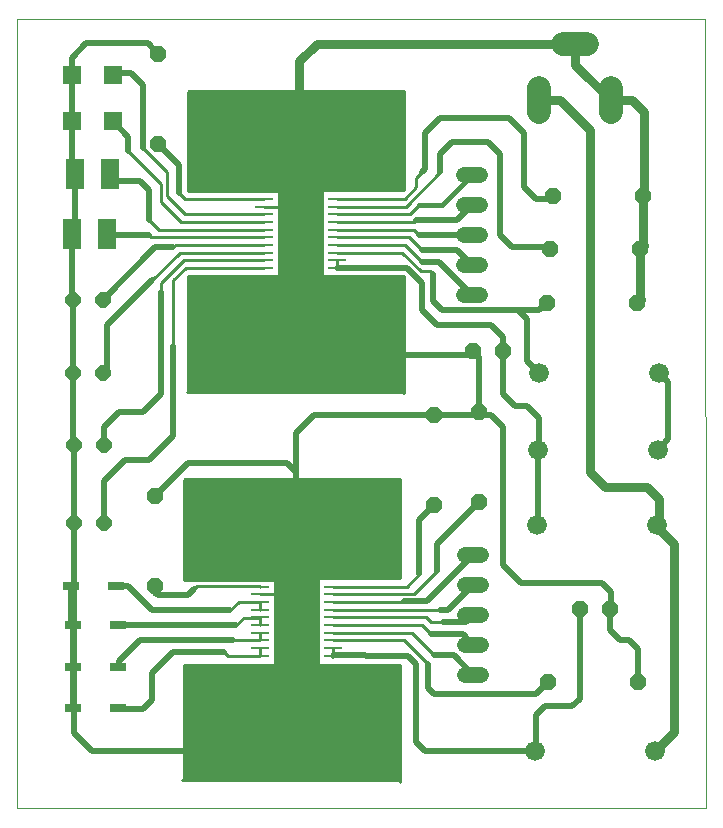
<source format=gtl>
G75*
%MOIN*%
%OFA0B0*%
%FSLAX25Y25*%
%IPPOS*%
%LPD*%
%AMOC8*
5,1,8,0,0,1.08239X$1,22.5*
%
%ADD10C,0.00000*%
%ADD11R,0.05315X0.02953*%
%ADD12C,0.06600*%
%ADD13C,0.07874*%
%ADD14R,0.06299X0.00984*%
%ADD15R,0.05906X0.05906*%
%ADD16OC8,0.05150*%
%ADD17R,0.05906X0.10236*%
%ADD18C,0.05200*%
%ADD19OC8,0.05200*%
%ADD20C,0.01000*%
%ADD21C,0.02000*%
%ADD22C,0.03000*%
%ADD23C,0.04000*%
%ADD24C,0.01600*%
D10*
X0001000Y0001000D02*
X0001000Y0263961D01*
X0230201Y0263961D01*
X0230701Y0001000D01*
X0001000Y0001000D01*
D11*
X0019520Y0034500D03*
X0019520Y0048000D03*
X0019520Y0062000D03*
X0019020Y0075000D03*
X0033980Y0075000D03*
X0034480Y0062000D03*
X0034480Y0048000D03*
X0034480Y0034500D03*
D12*
X0173500Y0020000D03*
X0213500Y0020000D03*
X0214406Y0095508D03*
X0214500Y0120500D03*
X0215000Y0146000D03*
X0175000Y0146000D03*
X0174500Y0120500D03*
X0174406Y0095508D03*
D13*
X0174795Y0233063D02*
X0174795Y0240937D01*
X0183063Y0255898D02*
X0190937Y0255898D01*
X0198811Y0240937D02*
X0198811Y0233063D01*
D14*
X0107748Y0204146D03*
X0107748Y0201587D03*
X0107748Y0199028D03*
X0107748Y0196469D03*
X0107748Y0193909D03*
X0107748Y0191350D03*
X0107748Y0188791D03*
X0107748Y0186232D03*
X0107748Y0183673D03*
X0107748Y0181114D03*
X0083339Y0181114D03*
X0083339Y0183673D03*
X0083339Y0186232D03*
X0083339Y0188791D03*
X0083339Y0191350D03*
X0083339Y0193909D03*
X0083339Y0196469D03*
X0083339Y0199028D03*
X0083339Y0201587D03*
X0083339Y0204146D03*
X0081945Y0074913D03*
X0081945Y0072354D03*
X0081945Y0069795D03*
X0081945Y0067236D03*
X0081945Y0064677D03*
X0081945Y0062118D03*
X0081945Y0059559D03*
X0081945Y0057000D03*
X0081945Y0054441D03*
X0081945Y0051882D03*
X0106354Y0051882D03*
X0106354Y0054441D03*
X0106354Y0057000D03*
X0106354Y0059559D03*
X0106354Y0062118D03*
X0106354Y0064677D03*
X0106354Y0067236D03*
X0106354Y0069795D03*
X0106354Y0072354D03*
X0106354Y0074913D03*
D15*
X0032890Y0230000D03*
X0019110Y0230000D03*
X0019110Y0245500D03*
X0032890Y0245500D03*
D16*
X0029500Y0170500D03*
X0019500Y0170500D03*
X0019500Y0146000D03*
X0029500Y0146000D03*
X0030000Y0122000D03*
X0020000Y0122000D03*
X0020000Y0096000D03*
X0030000Y0096000D03*
D17*
X0030906Y0192500D03*
X0019094Y0192500D03*
X0020094Y0212500D03*
X0031906Y0212500D03*
D18*
X0149900Y0212000D02*
X0155100Y0212000D01*
X0155100Y0202000D02*
X0149900Y0202000D01*
X0149900Y0192000D02*
X0155100Y0192000D01*
X0155100Y0182000D02*
X0149900Y0182000D01*
X0149900Y0172000D02*
X0155100Y0172000D01*
X0155600Y0085500D02*
X0150400Y0085500D01*
X0150400Y0075500D02*
X0155600Y0075500D01*
X0155600Y0065500D02*
X0150400Y0065500D01*
X0150400Y0055500D02*
X0155600Y0055500D01*
X0155600Y0045500D02*
X0150400Y0045500D01*
D19*
X0178000Y0043000D03*
X0188500Y0067500D03*
X0198500Y0067500D03*
X0208000Y0043000D03*
X0155000Y0103000D03*
X0140000Y0102000D03*
X0140000Y0132000D03*
X0155000Y0133000D03*
X0153000Y0153500D03*
X0163000Y0153500D03*
X0177500Y0169500D03*
X0178500Y0187500D03*
X0179500Y0205000D03*
X0208500Y0187500D03*
X0209500Y0205000D03*
X0207500Y0169500D03*
X0048000Y0222500D03*
X0048000Y0252500D03*
X0047000Y0105000D03*
X0047000Y0075000D03*
D20*
X0047087Y0074913D01*
X0056445Y0077244D02*
X0056445Y0110315D01*
X0056839Y0110709D01*
X0128492Y0110709D01*
X0128492Y0077638D01*
X0101220Y0077638D01*
X0101220Y0048898D01*
X0128492Y0048898D01*
X0128492Y0009921D01*
X0128098Y0010315D01*
X0056051Y0010315D01*
X0056445Y0010709D01*
X0056445Y0048898D01*
X0086866Y0048898D01*
X0086866Y0077244D01*
X0056445Y0077244D01*
X0056445Y0077885D02*
X0128492Y0077885D01*
X0128492Y0078884D02*
X0056445Y0078884D01*
X0056445Y0079882D02*
X0128492Y0079882D01*
X0128492Y0080881D02*
X0056445Y0080881D01*
X0056445Y0081879D02*
X0128492Y0081879D01*
X0128492Y0082878D02*
X0056445Y0082878D01*
X0056445Y0083876D02*
X0128492Y0083876D01*
X0128492Y0084875D02*
X0056445Y0084875D01*
X0056445Y0085873D02*
X0128492Y0085873D01*
X0128492Y0086872D02*
X0056445Y0086872D01*
X0056445Y0087870D02*
X0128492Y0087870D01*
X0128492Y0088869D02*
X0056445Y0088869D01*
X0056445Y0089868D02*
X0128492Y0089868D01*
X0128492Y0090866D02*
X0056445Y0090866D01*
X0056445Y0091865D02*
X0128492Y0091865D01*
X0128492Y0092863D02*
X0056445Y0092863D01*
X0056445Y0093862D02*
X0128492Y0093862D01*
X0128492Y0094860D02*
X0056445Y0094860D01*
X0056445Y0095859D02*
X0128492Y0095859D01*
X0128492Y0096857D02*
X0056445Y0096857D01*
X0056445Y0097856D02*
X0128492Y0097856D01*
X0128492Y0098854D02*
X0056445Y0098854D01*
X0056445Y0099853D02*
X0128492Y0099853D01*
X0128492Y0100851D02*
X0056445Y0100851D01*
X0056445Y0101850D02*
X0128492Y0101850D01*
X0128492Y0102848D02*
X0056445Y0102848D01*
X0056445Y0103847D02*
X0128492Y0103847D01*
X0128492Y0104845D02*
X0056445Y0104845D01*
X0056445Y0105844D02*
X0128492Y0105844D01*
X0128492Y0106842D02*
X0056445Y0106842D01*
X0056445Y0107841D02*
X0128492Y0107841D01*
X0128492Y0108839D02*
X0056445Y0108839D01*
X0056445Y0109838D02*
X0128492Y0109838D01*
X0129992Y0139421D02*
X0129598Y0139815D01*
X0057551Y0139815D01*
X0057945Y0140209D01*
X0057945Y0178398D01*
X0088366Y0178398D01*
X0088366Y0206744D01*
X0057945Y0206744D01*
X0057945Y0239815D01*
X0058339Y0240209D01*
X0129992Y0240209D01*
X0129992Y0207138D01*
X0102720Y0207138D01*
X0102720Y0178398D01*
X0129992Y0178398D01*
X0129992Y0139421D01*
X0129992Y0139793D02*
X0129620Y0139793D01*
X0129992Y0140792D02*
X0057945Y0140792D01*
X0057945Y0141790D02*
X0129992Y0141790D01*
X0129992Y0142789D02*
X0057945Y0142789D01*
X0057945Y0143787D02*
X0129992Y0143787D01*
X0129992Y0144786D02*
X0057945Y0144786D01*
X0057945Y0145784D02*
X0129992Y0145784D01*
X0129992Y0146783D02*
X0057945Y0146783D01*
X0057945Y0147781D02*
X0129992Y0147781D01*
X0129992Y0148780D02*
X0057945Y0148780D01*
X0057945Y0149778D02*
X0129992Y0149778D01*
X0129992Y0150777D02*
X0057945Y0150777D01*
X0057945Y0151775D02*
X0129992Y0151775D01*
X0129992Y0152774D02*
X0057945Y0152774D01*
X0057945Y0153772D02*
X0129992Y0153772D01*
X0129992Y0154771D02*
X0057945Y0154771D01*
X0057945Y0155769D02*
X0129992Y0155769D01*
X0129992Y0156768D02*
X0057945Y0156768D01*
X0057945Y0157766D02*
X0129992Y0157766D01*
X0129992Y0158765D02*
X0057945Y0158765D01*
X0057945Y0159763D02*
X0129992Y0159763D01*
X0129992Y0160762D02*
X0057945Y0160762D01*
X0057945Y0161760D02*
X0129992Y0161760D01*
X0129992Y0162759D02*
X0057945Y0162759D01*
X0057945Y0163757D02*
X0129992Y0163757D01*
X0129992Y0164756D02*
X0057945Y0164756D01*
X0057945Y0165754D02*
X0129992Y0165754D01*
X0129992Y0166753D02*
X0057945Y0166753D01*
X0057945Y0167751D02*
X0129992Y0167751D01*
X0129992Y0168750D02*
X0057945Y0168750D01*
X0057945Y0169748D02*
X0129992Y0169748D01*
X0129992Y0170747D02*
X0057945Y0170747D01*
X0057945Y0171745D02*
X0129992Y0171745D01*
X0129992Y0172744D02*
X0057945Y0172744D01*
X0057945Y0173742D02*
X0129992Y0173742D01*
X0129992Y0174741D02*
X0057945Y0174741D01*
X0057945Y0175739D02*
X0129992Y0175739D01*
X0129992Y0176738D02*
X0057945Y0176738D01*
X0057945Y0177737D02*
X0129992Y0177737D01*
X0135500Y0180000D02*
X0138500Y0180000D01*
X0139500Y0179000D01*
X0135500Y0180000D02*
X0129268Y0186232D01*
X0107748Y0186232D01*
X0107748Y0183673D02*
X0107748Y0181114D01*
X0102720Y0180732D02*
X0088366Y0180732D01*
X0088366Y0179734D02*
X0102720Y0179734D01*
X0102720Y0178735D02*
X0088366Y0178735D01*
X0088366Y0181731D02*
X0102720Y0181731D01*
X0102720Y0182729D02*
X0088366Y0182729D01*
X0088366Y0183728D02*
X0102720Y0183728D01*
X0102720Y0184726D02*
X0088366Y0184726D01*
X0088366Y0185725D02*
X0102720Y0185725D01*
X0102720Y0186723D02*
X0088366Y0186723D01*
X0088366Y0187722D02*
X0102720Y0187722D01*
X0102720Y0188720D02*
X0088366Y0188720D01*
X0088366Y0189719D02*
X0102720Y0189719D01*
X0102720Y0190717D02*
X0088366Y0190717D01*
X0088366Y0191716D02*
X0102720Y0191716D01*
X0102720Y0192714D02*
X0088366Y0192714D01*
X0088366Y0193713D02*
X0102720Y0193713D01*
X0102720Y0194711D02*
X0088366Y0194711D01*
X0088366Y0195710D02*
X0102720Y0195710D01*
X0102720Y0196708D02*
X0088366Y0196708D01*
X0088366Y0197707D02*
X0102720Y0197707D01*
X0102720Y0198705D02*
X0088366Y0198705D01*
X0088366Y0199704D02*
X0102720Y0199704D01*
X0102720Y0200702D02*
X0088366Y0200702D01*
X0088366Y0201701D02*
X0102720Y0201701D01*
X0102720Y0202699D02*
X0088366Y0202699D01*
X0088366Y0203698D02*
X0102720Y0203698D01*
X0102720Y0204696D02*
X0088366Y0204696D01*
X0088366Y0205695D02*
X0102720Y0205695D01*
X0102720Y0206693D02*
X0088366Y0206693D01*
X0092000Y0202000D02*
X0091587Y0201587D01*
X0083339Y0201587D01*
X0083339Y0204146D02*
X0056854Y0204146D01*
X0055000Y0206000D01*
X0051000Y0205000D02*
X0051000Y0213000D01*
X0043000Y0221000D01*
X0038000Y0220000D02*
X0049000Y0209000D01*
X0049000Y0203000D01*
X0055531Y0196469D01*
X0083339Y0196469D01*
X0083339Y0199028D02*
X0061028Y0199028D01*
X0061000Y0199000D01*
X0057000Y0199000D01*
X0051000Y0205000D01*
X0057945Y0207692D02*
X0129992Y0207692D01*
X0129992Y0208690D02*
X0057945Y0208690D01*
X0057945Y0209689D02*
X0129992Y0209689D01*
X0129992Y0210687D02*
X0057945Y0210687D01*
X0057945Y0211686D02*
X0129992Y0211686D01*
X0129992Y0212684D02*
X0057945Y0212684D01*
X0057945Y0213683D02*
X0129992Y0213683D01*
X0129992Y0214681D02*
X0057945Y0214681D01*
X0057945Y0215680D02*
X0129992Y0215680D01*
X0129992Y0216678D02*
X0057945Y0216678D01*
X0057945Y0217677D02*
X0129992Y0217677D01*
X0129992Y0218675D02*
X0057945Y0218675D01*
X0057945Y0219674D02*
X0129992Y0219674D01*
X0129992Y0220672D02*
X0057945Y0220672D01*
X0057945Y0221671D02*
X0129992Y0221671D01*
X0129992Y0222670D02*
X0057945Y0222670D01*
X0057945Y0223668D02*
X0129992Y0223668D01*
X0129992Y0224667D02*
X0057945Y0224667D01*
X0057945Y0225665D02*
X0129992Y0225665D01*
X0129992Y0226664D02*
X0057945Y0226664D01*
X0057945Y0227662D02*
X0129992Y0227662D01*
X0129992Y0228661D02*
X0057945Y0228661D01*
X0057945Y0229659D02*
X0129992Y0229659D01*
X0129992Y0230658D02*
X0057945Y0230658D01*
X0057945Y0231656D02*
X0129992Y0231656D01*
X0129992Y0232655D02*
X0057945Y0232655D01*
X0057945Y0233653D02*
X0129992Y0233653D01*
X0129992Y0234652D02*
X0057945Y0234652D01*
X0057945Y0235650D02*
X0129992Y0235650D01*
X0129992Y0236649D02*
X0057945Y0236649D01*
X0057945Y0237647D02*
X0129992Y0237647D01*
X0129992Y0238646D02*
X0057945Y0238646D01*
X0057945Y0239644D02*
X0129992Y0239644D01*
X0142000Y0217000D02*
X0142000Y0213000D01*
X0130587Y0201587D01*
X0107748Y0201587D01*
X0107748Y0204146D02*
X0130146Y0204146D01*
X0134000Y0208000D01*
X0134000Y0211000D01*
X0136000Y0213000D01*
X0135000Y0202000D02*
X0132000Y0199000D01*
X0107776Y0199000D01*
X0107748Y0199028D01*
X0107748Y0196469D02*
X0133469Y0196469D01*
X0134000Y0197000D01*
X0133091Y0193909D02*
X0135000Y0192000D01*
X0133091Y0193909D02*
X0107748Y0193909D01*
X0107748Y0191350D02*
X0131650Y0191350D01*
X0136000Y0187000D01*
X0136000Y0183000D02*
X0130209Y0188791D01*
X0107748Y0188791D01*
X0083339Y0188791D02*
X0053791Y0188791D01*
X0053000Y0188000D01*
X0055232Y0186232D02*
X0046000Y0177000D01*
X0049000Y0176000D02*
X0049000Y0173000D01*
X0049000Y0176000D02*
X0056673Y0183673D01*
X0083339Y0183673D01*
X0083339Y0181114D02*
X0057114Y0181114D01*
X0053000Y0177000D01*
X0053000Y0155000D01*
X0055232Y0186232D02*
X0083339Y0186232D01*
X0083339Y0191350D02*
X0045650Y0191350D01*
X0045000Y0192000D01*
X0048091Y0193909D02*
X0045000Y0197000D01*
X0048091Y0193909D02*
X0083339Y0193909D01*
X0141000Y0080000D02*
X0133354Y0072354D01*
X0106354Y0072354D01*
X0106354Y0069795D02*
X0129795Y0069795D01*
X0130000Y0070000D01*
X0130913Y0074913D02*
X0135000Y0079000D01*
X0130913Y0074913D02*
X0106354Y0074913D01*
X0101220Y0074890D02*
X0086866Y0074890D01*
X0086866Y0075888D02*
X0101220Y0075888D01*
X0101220Y0076887D02*
X0086866Y0076887D01*
X0086866Y0073891D02*
X0101220Y0073891D01*
X0101220Y0072893D02*
X0086866Y0072893D01*
X0086866Y0071894D02*
X0101220Y0071894D01*
X0101220Y0070896D02*
X0086866Y0070896D01*
X0086866Y0069897D02*
X0101220Y0069897D01*
X0101220Y0068899D02*
X0086866Y0068899D01*
X0086866Y0067900D02*
X0101220Y0067900D01*
X0101220Y0066902D02*
X0086866Y0066902D01*
X0086866Y0065903D02*
X0101220Y0065903D01*
X0101220Y0064905D02*
X0086866Y0064905D01*
X0086866Y0063906D02*
X0101220Y0063906D01*
X0101220Y0062908D02*
X0086866Y0062908D01*
X0086866Y0061909D02*
X0101220Y0061909D01*
X0101220Y0060911D02*
X0086866Y0060911D01*
X0086866Y0059912D02*
X0101220Y0059912D01*
X0101220Y0058914D02*
X0086866Y0058914D01*
X0086866Y0057915D02*
X0101220Y0057915D01*
X0101220Y0056917D02*
X0086866Y0056917D01*
X0086866Y0055918D02*
X0101220Y0055918D01*
X0101220Y0054920D02*
X0086866Y0054920D01*
X0086866Y0053921D02*
X0101220Y0053921D01*
X0101220Y0052923D02*
X0086866Y0052923D01*
X0086866Y0051924D02*
X0101220Y0051924D01*
X0101220Y0050926D02*
X0086866Y0050926D01*
X0086866Y0049927D02*
X0101220Y0049927D01*
X0101220Y0048929D02*
X0086866Y0048929D01*
X0081945Y0051882D02*
X0081945Y0054441D01*
X0081945Y0057000D02*
X0073000Y0057000D01*
X0070000Y0053000D02*
X0071118Y0051882D01*
X0081945Y0051882D01*
X0081945Y0057000D02*
X0081945Y0059559D01*
X0081945Y0062118D02*
X0081945Y0064677D01*
X0081768Y0064500D01*
X0076500Y0064500D01*
X0074000Y0062000D01*
X0072000Y0067000D02*
X0074795Y0069795D01*
X0081945Y0069795D01*
X0081945Y0067236D01*
X0081945Y0072354D02*
X0089354Y0072354D01*
X0094000Y0077000D01*
X0081945Y0074913D02*
X0081858Y0075000D01*
X0061000Y0075000D01*
X0060000Y0074000D01*
X0056445Y0047930D02*
X0128492Y0047930D01*
X0128492Y0046932D02*
X0056445Y0046932D01*
X0056445Y0045933D02*
X0128492Y0045933D01*
X0128492Y0044934D02*
X0056445Y0044934D01*
X0056445Y0043936D02*
X0128492Y0043936D01*
X0128492Y0042937D02*
X0056445Y0042937D01*
X0056445Y0041939D02*
X0128492Y0041939D01*
X0128492Y0040940D02*
X0056445Y0040940D01*
X0056445Y0039942D02*
X0128492Y0039942D01*
X0128492Y0038943D02*
X0056445Y0038943D01*
X0056445Y0037945D02*
X0128492Y0037945D01*
X0128492Y0036946D02*
X0056445Y0036946D01*
X0056445Y0035948D02*
X0128492Y0035948D01*
X0128492Y0034949D02*
X0056445Y0034949D01*
X0056445Y0033951D02*
X0128492Y0033951D01*
X0128492Y0032952D02*
X0056445Y0032952D01*
X0056445Y0031954D02*
X0128492Y0031954D01*
X0128492Y0030955D02*
X0056445Y0030955D01*
X0056445Y0029957D02*
X0128492Y0029957D01*
X0128492Y0028958D02*
X0056445Y0028958D01*
X0056445Y0027960D02*
X0128492Y0027960D01*
X0128492Y0026961D02*
X0056445Y0026961D01*
X0056445Y0025963D02*
X0128492Y0025963D01*
X0128492Y0024964D02*
X0056445Y0024964D01*
X0056445Y0023966D02*
X0128492Y0023966D01*
X0128492Y0022967D02*
X0056445Y0022967D01*
X0056445Y0021969D02*
X0128492Y0021969D01*
X0128492Y0020970D02*
X0056445Y0020970D01*
X0056445Y0019972D02*
X0128492Y0019972D01*
X0128492Y0018973D02*
X0056445Y0018973D01*
X0056445Y0017975D02*
X0128492Y0017975D01*
X0128492Y0016976D02*
X0056445Y0016976D01*
X0056445Y0015978D02*
X0128492Y0015978D01*
X0128492Y0014979D02*
X0056445Y0014979D01*
X0056445Y0013981D02*
X0128492Y0013981D01*
X0128492Y0012982D02*
X0056445Y0012982D01*
X0056445Y0011984D02*
X0128492Y0011984D01*
X0128492Y0010985D02*
X0056445Y0010985D01*
X0106354Y0051882D02*
X0106354Y0054441D01*
X0106354Y0057000D02*
X0130000Y0057000D01*
X0138000Y0049000D01*
X0140000Y0052000D02*
X0132441Y0059559D01*
X0106354Y0059559D01*
X0106354Y0062118D02*
X0135882Y0062118D01*
X0139000Y0059000D01*
X0139000Y0063000D02*
X0143000Y0063000D01*
X0139000Y0063000D02*
X0137323Y0064677D01*
X0106354Y0064677D01*
X0106354Y0067236D02*
X0141764Y0067236D01*
X0142000Y0067000D01*
X0128492Y0009987D02*
X0128427Y0009987D01*
D21*
X0137000Y0020000D02*
X0134000Y0023000D01*
X0134000Y0049000D01*
X0131118Y0051882D01*
X0117118Y0051882D01*
X0117000Y0052000D01*
X0106472Y0052000D01*
X0106354Y0051882D01*
X0095000Y0076000D02*
X0094000Y0077000D01*
X0094000Y0113000D01*
X0094000Y0126000D01*
X0100000Y0132000D01*
X0140000Y0132000D01*
X0154000Y0132000D01*
X0159000Y0132000D01*
X0163000Y0128000D01*
X0163000Y0082000D01*
X0169000Y0076000D01*
X0196000Y0076000D01*
X0199000Y0073000D01*
X0199000Y0068000D01*
X0198500Y0067500D01*
X0198500Y0060500D01*
X0202000Y0057000D01*
X0205000Y0057000D01*
X0208000Y0054000D01*
X0208000Y0043000D01*
X0188500Y0037500D02*
X0186000Y0035000D01*
X0177000Y0035000D01*
X0174000Y0032000D01*
X0174000Y0020500D01*
X0173500Y0020000D01*
X0137000Y0020000D01*
X0140000Y0039000D02*
X0138000Y0041000D01*
X0138000Y0049000D01*
X0140000Y0052000D02*
X0146500Y0052000D01*
X0153000Y0045500D01*
X0153000Y0055500D02*
X0149500Y0059000D01*
X0139000Y0059000D01*
X0143000Y0063000D02*
X0150500Y0063000D01*
X0153000Y0065500D01*
X0144500Y0067000D02*
X0153000Y0075500D01*
X0153000Y0085500D02*
X0137500Y0070000D01*
X0130000Y0070000D01*
X0135000Y0079000D02*
X0135000Y0097000D01*
X0140000Y0102000D01*
X0141000Y0089000D02*
X0155000Y0103000D01*
X0141000Y0089000D02*
X0141000Y0080000D01*
X0142000Y0067000D02*
X0144500Y0067000D01*
X0140000Y0039000D02*
X0174000Y0039000D01*
X0178000Y0043000D01*
X0188500Y0037500D02*
X0188500Y0067500D01*
X0174406Y0095508D02*
X0174500Y0095602D01*
X0174500Y0120500D01*
X0175000Y0121000D01*
X0175000Y0131000D01*
X0171000Y0135000D01*
X0167000Y0135000D01*
X0163000Y0139000D01*
X0163000Y0153500D01*
X0163000Y0158000D01*
X0159000Y0162000D01*
X0141000Y0162000D01*
X0136000Y0167000D01*
X0136000Y0176000D01*
X0130886Y0181114D01*
X0117614Y0181114D01*
X0117500Y0181000D01*
X0117500Y0181114D01*
X0107748Y0181114D01*
X0096000Y0204000D02*
X0095000Y0205000D01*
X0092000Y0202000D01*
X0095000Y0205000D02*
X0095000Y0240000D01*
X0096000Y0204000D02*
X0096000Y0157000D01*
X0101000Y0152000D01*
X0151500Y0152000D01*
X0153000Y0153500D01*
X0155000Y0151500D01*
X0155000Y0133000D01*
X0154000Y0132000D01*
X0171000Y0150000D02*
X0175000Y0146000D01*
X0171000Y0150000D02*
X0171000Y0164000D01*
X0168000Y0167000D01*
X0142500Y0167000D01*
X0139500Y0170000D01*
X0139500Y0179000D01*
X0141500Y0183000D02*
X0136000Y0183000D01*
X0136000Y0187000D02*
X0147500Y0187000D01*
X0152500Y0182000D01*
X0152500Y0172000D02*
X0141500Y0183000D01*
X0135000Y0192000D02*
X0152500Y0192000D01*
X0147500Y0197000D02*
X0152500Y0202000D01*
X0147500Y0197000D02*
X0134000Y0197000D01*
X0136000Y0213000D02*
X0137000Y0214000D01*
X0137000Y0226000D01*
X0142000Y0231000D01*
X0165000Y0231000D01*
X0170000Y0226000D01*
X0170000Y0208000D01*
X0174000Y0204000D01*
X0178500Y0204000D01*
X0179500Y0205000D01*
X0178000Y0188000D02*
X0166000Y0188000D01*
X0162000Y0192000D01*
X0162000Y0219000D01*
X0158000Y0223000D01*
X0146000Y0223000D01*
X0142000Y0219000D01*
X0142000Y0213000D01*
X0178000Y0188000D02*
X0178500Y0187500D01*
X0177500Y0169500D02*
X0175000Y0167000D01*
X0168000Y0167000D01*
X0215000Y0146000D02*
X0218000Y0143000D01*
X0218000Y0124000D01*
X0214500Y0120500D01*
X0215000Y0121000D01*
X0214406Y0095508D02*
X0214406Y0094594D01*
X0214406Y0020906D02*
X0213500Y0020000D01*
X0095000Y0026000D02*
X0089000Y0020000D01*
X0026000Y0020000D01*
X0020000Y0026000D01*
X0020000Y0096000D01*
X0020000Y0075980D01*
X0019020Y0075000D01*
X0019020Y0062500D01*
X0019520Y0062000D01*
X0019520Y0048000D01*
X0019520Y0034500D01*
X0034480Y0034500D02*
X0034980Y0034000D01*
X0043000Y0034000D01*
X0046000Y0037000D01*
X0046000Y0046000D01*
X0053000Y0053000D01*
X0070000Y0053000D01*
X0073000Y0057000D02*
X0042000Y0057000D01*
X0035000Y0050000D01*
X0035000Y0048520D01*
X0034480Y0048000D01*
X0034480Y0062000D02*
X0074000Y0062000D01*
X0072000Y0067000D02*
X0046000Y0067000D01*
X0038000Y0075000D01*
X0033980Y0075000D01*
X0047087Y0074913D02*
X0047087Y0072913D01*
X0048000Y0072000D01*
X0058000Y0072000D01*
X0060000Y0074000D01*
X0047000Y0105000D02*
X0058000Y0116000D01*
X0091000Y0116000D01*
X0094000Y0113000D01*
X0095000Y0076000D02*
X0095000Y0026000D01*
X0030000Y0096000D02*
X0031000Y0097000D01*
X0030000Y0096000D02*
X0030000Y0110000D01*
X0037000Y0117000D01*
X0045000Y0117000D01*
X0053000Y0125000D01*
X0053000Y0155000D01*
X0049000Y0139000D02*
X0043000Y0133000D01*
X0035000Y0133000D01*
X0030000Y0128000D01*
X0030000Y0122000D01*
X0020000Y0122000D02*
X0020000Y0096000D01*
X0020000Y0122000D02*
X0019500Y0122500D01*
X0019500Y0146000D01*
X0019500Y0170500D01*
X0019094Y0170906D01*
X0019094Y0192500D01*
X0019000Y0192406D01*
X0019000Y0190000D01*
X0020094Y0191094D01*
X0020094Y0212500D01*
X0020000Y0212406D01*
X0020000Y0208000D01*
X0019110Y0208890D01*
X0019110Y0230000D01*
X0019110Y0245500D01*
X0019110Y0251110D01*
X0024000Y0256000D01*
X0044500Y0256000D01*
X0048000Y0252500D01*
X0039000Y0246000D02*
X0043000Y0242000D01*
X0043000Y0221000D01*
X0038000Y0220000D02*
X0038000Y0224890D01*
X0032890Y0230000D01*
X0032890Y0245500D02*
X0033390Y0246000D01*
X0039000Y0246000D01*
X0048000Y0222500D02*
X0055000Y0215500D01*
X0055000Y0206000D01*
X0045000Y0207000D02*
X0045000Y0197000D01*
X0045000Y0192000D02*
X0031406Y0192000D01*
X0030906Y0192500D01*
X0045000Y0207000D02*
X0042000Y0210000D01*
X0034406Y0210000D01*
X0031906Y0212500D01*
X0047000Y0188000D02*
X0029500Y0170500D01*
X0031000Y0162000D02*
X0031000Y0147500D01*
X0029500Y0146000D01*
X0031000Y0162000D02*
X0046000Y0177000D01*
X0049000Y0173000D02*
X0049000Y0139000D01*
X0047000Y0188000D02*
X0053000Y0188000D01*
D22*
X0095000Y0240000D02*
X0095000Y0250000D01*
X0100898Y0255898D01*
X0187000Y0255898D01*
X0187000Y0248811D01*
X0198811Y0237000D01*
X0206000Y0237000D01*
X0210000Y0233000D01*
X0210000Y0205500D01*
X0209500Y0205000D02*
X0209500Y0188500D01*
X0208500Y0187500D02*
X0208500Y0170500D01*
X0192000Y0227000D02*
X0192000Y0113000D01*
X0197000Y0108000D01*
X0211000Y0108000D01*
X0215000Y0104000D01*
X0215000Y0096102D01*
X0214406Y0094594D02*
X0220000Y0089000D01*
X0220000Y0026500D01*
X0213500Y0020000D01*
X0192000Y0227000D02*
X0182000Y0237000D01*
X0174795Y0237000D01*
D23*
X0209500Y0205000D02*
X0210000Y0205500D01*
X0209500Y0188500D02*
X0208500Y0187500D01*
X0208500Y0170500D02*
X0207500Y0169500D01*
X0215000Y0096102D02*
X0214406Y0095508D01*
D24*
X0142500Y0202000D02*
X0135000Y0202000D01*
X0142500Y0202000D02*
X0152500Y0212000D01*
M02*

</source>
